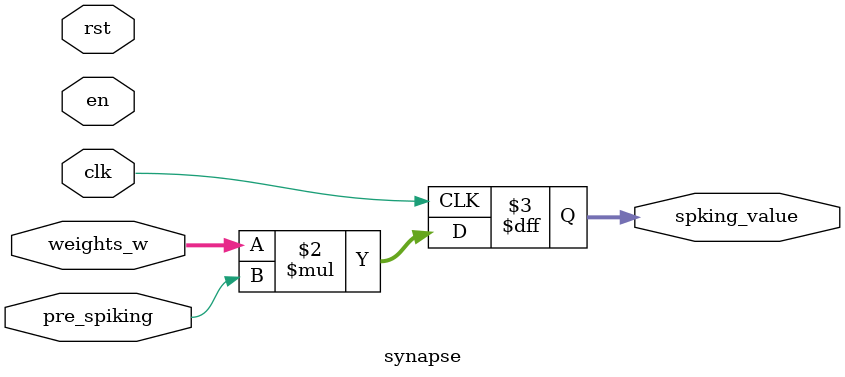
<source format=v>



module synapse #(
    // DW: CORDIC width, T_DW: trace width
    parameter DW = 16, T_DW = 4
)(

    // Clock, reset and enable
    input wire clk,
    input wire rst,
    input wire en,
    
    // Write or read weights in synapses
    input wire signed [15 : 0] weights_w,
    //input wire write_enable,
   // output reg [DW - 1 : 0] weights_r,
    //input wire read_enable,
    
    // Input spiking and output value
    input wire pre_spiking,
    output reg signed [15 : 0] spking_value
    //output reg post_en,
    
    // Update weights control. Update_lock is used for locking the pre neurons to avoid write & read weights simultaneously
    //input wire update_en,
    //input wire signed [DW - 1 : 0] learning_rate
    );
	 
	 
	 always@(posedge clk) begin
        
		  spking_value <= weights_w * pre_spiking;
		  
		  
	 end
	 

endmodule
</source>
